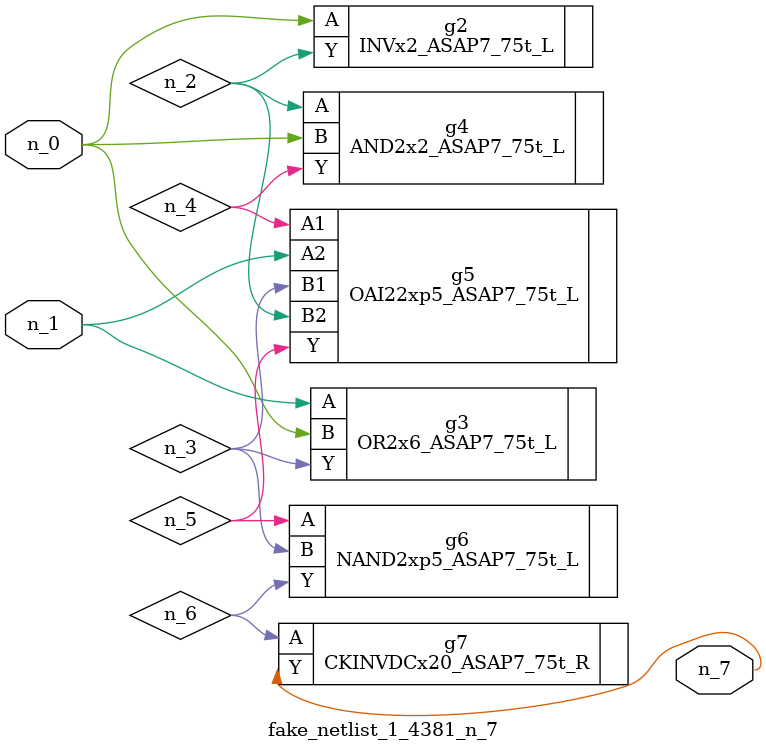
<source format=v>
module fake_netlist_1_4381_n_7 (n_1, n_0, n_7);
input n_1;
input n_0;
output n_7;
wire n_2;
wire n_6;
wire n_4;
wire n_3;
wire n_5;
INVx2_ASAP7_75t_L g2 ( .A(n_0), .Y(n_2) );
OR2x6_ASAP7_75t_L g3 ( .A(n_1), .B(n_0), .Y(n_3) );
AND2x2_ASAP7_75t_L g4 ( .A(n_2), .B(n_0), .Y(n_4) );
OAI22xp5_ASAP7_75t_L g5 ( .A1(n_4), .A2(n_1), .B1(n_3), .B2(n_2), .Y(n_5) );
NAND2xp5_ASAP7_75t_L g6 ( .A(n_5), .B(n_3), .Y(n_6) );
CKINVDCx20_ASAP7_75t_R g7 ( .A(n_6), .Y(n_7) );
endmodule
</source>
